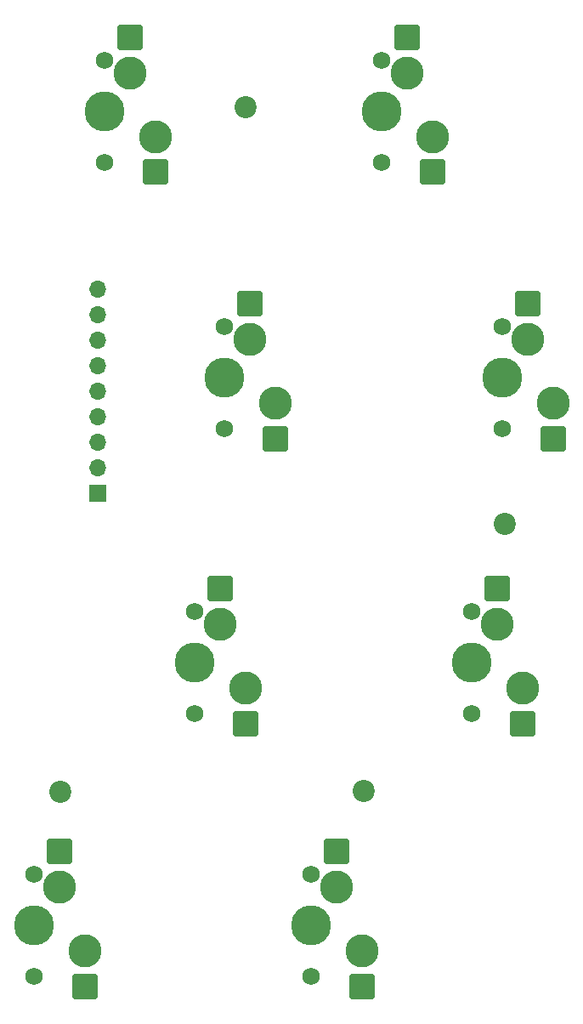
<source format=gbr>
%TF.GenerationSoftware,KiCad,Pcbnew,(6.0.7)*%
%TF.CreationDate,2023-01-05T19:35:34-06:00*%
%TF.ProjectId,OpenRectangle,4f70656e-5265-4637-9461-6e676c652e6b,rev?*%
%TF.SameCoordinates,Original*%
%TF.FileFunction,Soldermask,Bot*%
%TF.FilePolarity,Negative*%
%FSLAX46Y46*%
G04 Gerber Fmt 4.6, Leading zero omitted, Abs format (unit mm)*
G04 Created by KiCad (PCBNEW (6.0.7)) date 2023-01-05 19:35:34*
%MOMM*%
%LPD*%
G01*
G04 APERTURE LIST*
G04 Aperture macros list*
%AMRoundRect*
0 Rectangle with rounded corners*
0 $1 Rounding radius*
0 $2 $3 $4 $5 $6 $7 $8 $9 X,Y pos of 4 corners*
0 Add a 4 corners polygon primitive as box body*
4,1,4,$2,$3,$4,$5,$6,$7,$8,$9,$2,$3,0*
0 Add four circle primitives for the rounded corners*
1,1,$1+$1,$2,$3*
1,1,$1+$1,$4,$5*
1,1,$1+$1,$6,$7*
1,1,$1+$1,$8,$9*
0 Add four rect primitives between the rounded corners*
20,1,$1+$1,$2,$3,$4,$5,0*
20,1,$1+$1,$4,$5,$6,$7,0*
20,1,$1+$1,$6,$7,$8,$9,0*
20,1,$1+$1,$8,$9,$2,$3,0*%
G04 Aperture macros list end*
%ADD10R,1.700000X1.700000*%
%ADD11O,1.700000X1.700000*%
%ADD12C,1.750000*%
%ADD13C,3.987800*%
%ADD14RoundRect,0.250000X1.000000X-1.025000X1.000000X1.025000X-1.000000X1.025000X-1.000000X-1.025000X0*%
%ADD15C,3.300000*%
%ADD16C,2.200000*%
G04 APERTURE END LIST*
D10*
%TO.C,J2*%
X217968834Y-73801260D03*
D11*
X217968834Y-71261260D03*
X217968834Y-68721260D03*
X217968834Y-66181260D03*
X217968834Y-63641260D03*
X217968834Y-61101260D03*
X217968834Y-58561260D03*
X217968834Y-56021260D03*
X217968834Y-53481260D03*
%TD*%
D12*
%TO.C,SW10*%
X218605968Y-40861760D03*
D13*
X218605968Y-35781760D03*
D12*
X218605968Y-30701760D03*
D14*
X221145968Y-28421760D03*
D15*
X221145968Y-31971760D03*
D14*
X223685968Y-41871760D03*
D15*
X223685968Y-38321760D03*
%TD*%
D12*
%TO.C,SW2*%
X258210968Y-67379760D03*
D13*
X258210968Y-62299760D03*
D12*
X258210968Y-57219760D03*
D15*
X260750968Y-58489760D03*
D14*
X260750968Y-54939760D03*
X263290968Y-68389760D03*
D15*
X263290968Y-64839760D03*
%TD*%
D12*
%TO.C,SW13*%
X211589968Y-121957760D03*
X211589968Y-111797760D03*
D13*
X211589968Y-116877760D03*
D15*
X214129968Y-113067760D03*
D14*
X214129968Y-109517760D03*
D15*
X216669968Y-119417760D03*
D14*
X216669968Y-122967760D03*
%TD*%
D12*
%TO.C,SW11*%
X230600968Y-57219760D03*
X230600968Y-67379760D03*
D13*
X230600968Y-62299760D03*
D14*
X233140968Y-54939760D03*
D15*
X233140968Y-58489760D03*
D14*
X235680968Y-68389760D03*
D15*
X235680968Y-64839760D03*
%TD*%
D12*
%TO.C,SW3*%
X255235968Y-95734760D03*
X255235968Y-85574760D03*
D13*
X255235968Y-90654760D03*
D15*
X257775968Y-86844760D03*
D14*
X257775968Y-83294760D03*
D15*
X260315968Y-93194760D03*
D14*
X260315968Y-96744760D03*
%TD*%
D12*
%TO.C,SW4*%
X239199968Y-121957760D03*
D13*
X239199968Y-116877760D03*
D12*
X239199968Y-111797760D03*
D14*
X241739968Y-109517760D03*
D15*
X241739968Y-113067760D03*
X244279968Y-119417760D03*
D14*
X244279968Y-122967760D03*
%TD*%
D13*
%TO.C,SW12*%
X227625968Y-90654760D03*
D12*
X227625968Y-85574760D03*
X227625968Y-95734760D03*
D15*
X230165968Y-86844760D03*
D14*
X230165968Y-83294760D03*
D15*
X232705968Y-93194760D03*
D14*
X232705968Y-96744760D03*
%TD*%
D12*
%TO.C,SW1*%
X246214968Y-40861760D03*
X246214968Y-30701760D03*
D13*
X246214968Y-35781760D03*
D14*
X248754968Y-28421760D03*
D15*
X248754968Y-31971760D03*
X251294968Y-38321760D03*
D14*
X251294968Y-41871760D03*
%TD*%
D16*
%TO.C,H10*%
X244478834Y-103461260D03*
%TD*%
%TO.C,H8*%
X232668834Y-35441260D03*
%TD*%
%TO.C,H9*%
X258508834Y-76851260D03*
%TD*%
%TO.C,H11*%
X214248834Y-103571260D03*
%TD*%
M02*

</source>
